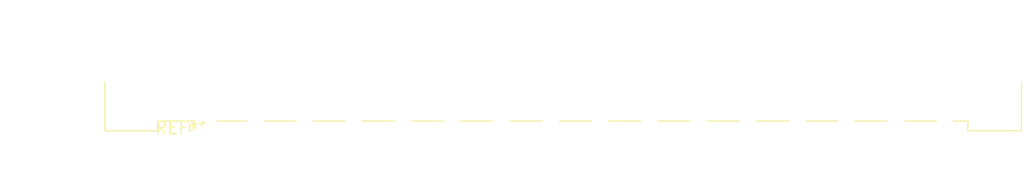
<source format=kicad_pcb>
(kicad_pcb (version 20240108) (generator pcbnew)
  (layers (0 "F.Cu" signal) (31 "B.Cu" signal) (34 "B.Paste" user) (35 "F.Paste" user) (36 "B.SilkS" user "B.Silkscreen") (37 "F.SilkS" user "F.Silkscreen") (38 "B.Mask" user) (39 "F.Mask" user) (44 "Edge.Cuts" user))
  (net 0 "")
  (footprint "DIN41612_F_3x16_Male_Horizontal_THT" (layer "F.Cu") (at 0 0)
    (property "Reference" "REF**")
    (property "Value" "DIN41612_F_3x16_Male_Horizontal_THT")
    (fp_line (start -7.89 -4.74) (end -7.89 0.26) (layer "F.SilkS") (stroke (width 0.12)))
    (fp_line (start -7.89 0.26) (end -2.37 0.26) (layer "F.SilkS") (stroke (width 0.12)))
    (fp_line (start -2.371 -0.74) (end 1.445 -0.74) (layer "F.SilkS") (stroke (width 0.12)))
    (fp_line (start -2.37 0.26) (end -2.37 -0.74) (layer "F.SilkS") (stroke (width 0.12)))
    (fp_line (start 0.845 -0.3) (end 0.845 0.3) (layer "F.SilkS") (stroke (width 0.12)))
    (fp_line (start 0.845 0.3) (end 1.445 0) (layer "F.SilkS") (stroke (width 0.12)))
    (fp_line (start 1.445 0) (end 0.845 -0.3) (layer "F.SilkS") (stroke (width 0.12)))
    (fp_line (start 3.635 -0.74) (end 6.751 -0.74) (layer "F.SilkS") (stroke (width 0.12)))
    (fp_line (start 8.49 -0.74) (end 11.831 -0.74) (layer "F.SilkS") (stroke (width 0.12)))
    (fp_line (start 13.57 -0.74) (end 16.911 -0.74) (layer "F.SilkS") (stroke (width 0.12)))
    (fp_line (start 18.65 -0.74) (end 21.991 -0.74) (layer "F.SilkS") (stroke (width 0.12)))
    (fp_line (start 23.73 -0.74) (end 27.071 -0.74) (layer "F.SilkS") (stroke (width 0.12)))
    (fp_line (start 28.81 -0.74) (end 32.151 -0.74) (layer "F.SilkS") (stroke (width 0.12)))
    (fp_line (start 33.89 -0.74) (end 37.231 -0.74) (layer "F.SilkS") (stroke (width 0.12)))
    (fp_line (start 38.97 -0.74) (end 42.311 -0.74) (layer "F.SilkS") (stroke (width 0.12)))
    (fp_line (start 44.05 -0.74) (end 47.391 -0.74) (layer "F.SilkS") (stroke (width 0.12)))
    (fp_line (start 49.13 -0.74) (end 52.471 -0.74) (layer "F.SilkS") (stroke (width 0.12)))
    (fp_line (start 54.21 -0.74) (end 57.551 -0.74) (layer "F.SilkS") (stroke (width 0.12)))
    (fp_line (start 59.29 -0.74) (end 62.631 -0.74) (layer "F.SilkS") (stroke (width 0.12)))
    (fp_line (start 64.37 -0.74) (end 67.711 -0.74) (layer "F.SilkS") (stroke (width 0.12)))
    (fp_line (start 69.45 -0.74) (end 72.791 -0.74) (layer "F.SilkS") (stroke (width 0.12)))
    (fp_line (start 74.53 -0.74) (end 77.871 -0.74) (layer "F.SilkS") (stroke (width 0.12)))
    (fp_line (start 79.61 -0.74) (end 81.11 -0.74) (layer "F.SilkS") (stroke (width 0.12)))
    (fp_line (start 81.11 0.26) (end 81.11 -0.74) (layer "F.SilkS") (stroke (width 0.12)))
    (fp_line (start 86.63 -4.74) (end 86.63 0.26) (layer "F.SilkS") (stroke (width 0.12)))
    (fp_line (start 86.63 0.26) (end 81.11 0.26) (layer "F.SilkS") (stroke (width 0.12)))
    (pad "" np_thru_hole circle (at -5.08 -2.54) (size 2.85 2.85) (drill 2.85) (layers *.Cu *.Mask))
    (pad "" np_thru_hole circle (at 83.82 -2.54) (size 2.85 2.85) (drill 2.85) (layers *.Cu *.Mask))
    (pad "b2" thru_hole circle (at 2.54 2.54) (size 1.55 1.55) (drill 1) (layers *.Cu *.Mask) (remove_unused_layers))
    (pad "b4" thru_hole circle (at 7.62 2.54) (size 1.55 1.55) (drill 1) (layers *.Cu *.Mask) (remove_unused_layers))
    (pad "b6" thru_hole circle (at 12.7 2.54) (size 1.55 1.55) (drill 1) (layers *.Cu *.Mask) (remove_unused_layers))
    (pad "b8" thru_hole circle (at 17.78 2.54) (size 1.55 1.55) (drill 1) (layers *.Cu *.Mask) (remove_unused_layers))
    (pad "b10" thru_hole circle (at 22.86 2.54) (size 1.55 1.55) (drill 1) (layers *.Cu *.Mask) (remove_unused_layers))
    (pad "b12" thru_hole circle (at 27.94 2.54) (size 1.55 1.55) (drill 1) (layers *.Cu *.Mask) (remove_unused_layers))
    (pad "b14" thru_hole circle (at 33.02 2.54) (size 1.55 1.55) (drill 1) (layers *.Cu *.Mask) (remove_unused_layers))
    (pad "b16" thru_hole circle (at 38.1 2.54) (size 1.55 1.55) (drill 1) (layers *.Cu *.Mask) (remove_unused_layers))
    (pad "b18" thru_hole circle (at 43.18 2.54) (size 1.55 1.55) (drill 1) (layers *.Cu *.Mask) (remove_unused_layers))
    (pad "b20" thru_hole circle (at 48.26 2.54) (size 1.55 1.55) (drill 1) (layers *.Cu *.Mask) (remove_unused_layers))
    (pad "b22" thru_hole circle (at 53.34 2.54) (size 1.55 1.55) (drill 1) (layers *.Cu *.Mask) (remove_unused_layers))
    (pad "b24" thru_hole circle (at 58.42 2.54) (size 1.55 1.55) (drill 1) (layers *.Cu *.Mask) (remove_unused_layers))
    (pad "b26" thru_hole circle (at 63.5 2.54) (size 1.55 1.55) (drill 1) (layers *.Cu *.Mask) (remove_unused_layers))
    (pad "b28" thru_hole circle (at 68.58 2.54) (size 1.55 1.55) (drill 1) (layers *.Cu *.Mask) (remove_unused_layers))
    (pad "b30" thru_hole circle (at 73.66 2.54) (size 1.55 1.55) (drill 1) (layers *.Cu *.Mask) (remove_unused_layers))
    (pad "b32" thru_hole circle (at 78.74 2.54) (size 1.55 1.55) (drill 1) (layers *.Cu *.Mask) (remove_unused_layers))
    (pad "d2" thru_hole circle (at 2.54 5.08) (size 1.55 1.55) (drill 1) (layers *.Cu *.Mask) (remove_unused_layers))
    (pad "d4" thru_hole circle (at 7.62 5.08) (size 1.55 1.55) (drill 1) (layers *.Cu *.Mask) (remove_unused_layers))
    (pad "d6" thru_hole circle (at 12.7 5.08) (size 1.55 1.55) (drill 1) (layers *.Cu *.Mask) (remove_unused_layers))
    (pad "d8" thru_hole circle (at 17.78 5.08) (size 1.55 1.55) (drill 1) (layers *.Cu *.Mask) (remove_unused_layers))
    (pad "d10" thru_hole circle (at 22.86 5.08) (size 1.55 1.55) (drill 1) (layers *.Cu *.Mask) (remove_unused_layers))
    (pad "d12" thru_hole circle (at 27.94 5.08) (size 1.55 1.55) (drill 1) (layers *.Cu *.Mask) (remove_unused_layers))
    (pad "d14" thru_hole circle (at 33.02 5.08) (size 1.55 1.55) (drill 1) (layers *.Cu *.Mask) (remove_unused_layers))
    (pad "d16" thru_hole circle (at 38.1 5.08) (size 1.55 1.55) (drill 1) (layers *.Cu *.Mask) (remove_unused_layers))
    (pad "d18" thru_hole circle (at 43.18 5.08) (size 1.55 1.55) (drill 1) (layers *.Cu *.Mask) (remove_unused_layers))
    (pad "d20" thru_hole circle (at 48.26 5.08) (size 1.55 1.55) (drill 1) (layers *.Cu *.Mask) (remove_unused_layers))
    (pad "d22" thru_hole circle (at 53.34 5.08) (size 1.55 1.55) (drill 1) (layers *.Cu *.Mask) (remove_unused_layers))
    (pad "d24" thru_hole circle (at 58.42 5.08) (size 1.55 1.55) (drill 1) (layers *.Cu *.Mask) (remove_unused_layers))
    (pad "d26" thru_hole circle (at 63.5 5.08) (size 1.55 1.55) (drill 1) (layers *.Cu *.Mask) (remove_unused_layers))
    (pad "d28" thru_hole circle (at 68.58 5.08) (size 1.55 1.55) (drill 1) (layers *.Cu *.Mask) (remove_unused_layers))
    (pad "d30" thru_hole circle (at 73.66 5.08) (size 1.55 1.55) (drill 1) (layers *.Cu *.Mask) (remove_unused_layers))
    (pad "d32" thru_hole circle (at 78.74 5.08) (size 1.55 1.55) (drill 1) (layers *.Cu *.Mask) (remove_unused_layers))
    (pad "z2" thru_hole roundrect (at 2.54 0) (size 1.55 1.55) (drill 1) (layers *.Cu *.Mask) (remove_unused_layers) (roundrect_rratio 0.16129))
    (pad "z4" thru_hole circle (at 7.62 0) (size 1.55 1.55) (drill 1) (layers *.Cu *.Mask) (remove_unused_layers))
    (pad "z6" thru_hole circle (at 12.7 0) (size 1.55 1.55) (drill 1) (layers *.Cu *.Mask) (remove_unused_layers))
    (pad "z8" thru_hole circle (at 17.78 0) (size 1.55 1.55) (drill 1) (layers *.Cu *.Mask) (remove_unused_layers))
    (pad "z10" thru_hole circle (at 22.86 0) (size 1.55 1.55) (drill 1) (layers *.Cu *.Mask) (remove_unused_layers))
    (pad "z12" thru_hole circle (at 27.94 0) (size 1.55 1.55) (drill 1) (layers *.Cu *.Mask) (remove_unused_layers))
    (pad "z14" thru_hole circle (at 33.02 0) (size 1.55 1.55) (drill 1) (layers *.Cu *.Mask) (remove_unused_layers))
    (pad "z16" thru_hole circle (at 38.1 0) (size 1.55 1.55) (drill 1) (layers *.Cu *.Mask) (remove_unused_layers))
    (pad "z18" thru_hole circle (at 43.18 0) (size 1.55 1.55) (drill 1) (layers *.Cu *.Mask) (remove_unused_layers))
    (pad "z20" thru_hole circle (at 48.26 0) (size 1.55 1.55) (drill 1) (layers *.Cu *.Mask) (remove_unused_layers))
    (pad "z22" thru_hole circle (at 53.34 0) (size 1.55 1.55) (drill 1) (layers *.Cu *.Mask) (remove_unused_layers))
    (pad "z24" thru_hole circle (at 58.42 0) (size 1.55 1.55) (drill 1) (layers *.Cu *.Mask) (remove_unused_layers))
    (pad "z26" thru_hole circle (at 63.5 0) (size 1.55 1.55) (drill 1) (layers *.Cu *.Mask) (remove_unused_layers))
    (pad "z28" thru_hole circle (at 68.58 0) (size 1.55 1.55) (drill 1) (layers *.Cu *.Mask) (remove_unused_layers))
    (pad "z30" thru_hole circle (at 73.66 0) (size 1.55 1.55) (drill 1) (layers *.Cu *.Mask) (remove_unused_layers))
    (pad "z32" thru_hole circle (at 78.74 0) (size 1.55 1.55) (drill 1) (layers *.Cu *.Mask) (remove_unused_layers))
  )
)
</source>
